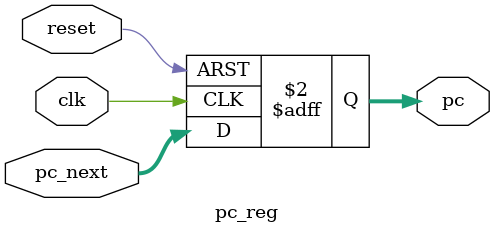
<source format=v>
/*
 * @Author: Eric Wong 
 * @Date: 2022-01-15 22:54:00 
 * @Last Modified by:   Eric Wong 
 * @Last Modified time: 2022-01-15 22:54:00 
 */

module pc_reg # (
        parameter Width = 32
    )
    (
        input                   clk,
        input                   reset,                  // Active high
        input       [Width-1:0] pc_next,
        output reg  [Width-1:0] pc
    );
    always @(posedge clk or posedge reset) begin
        if (reset) begin
            pc <= 0;
        end

        else begin
            pc <= pc_next;
        end
    end
endmodule

</source>
